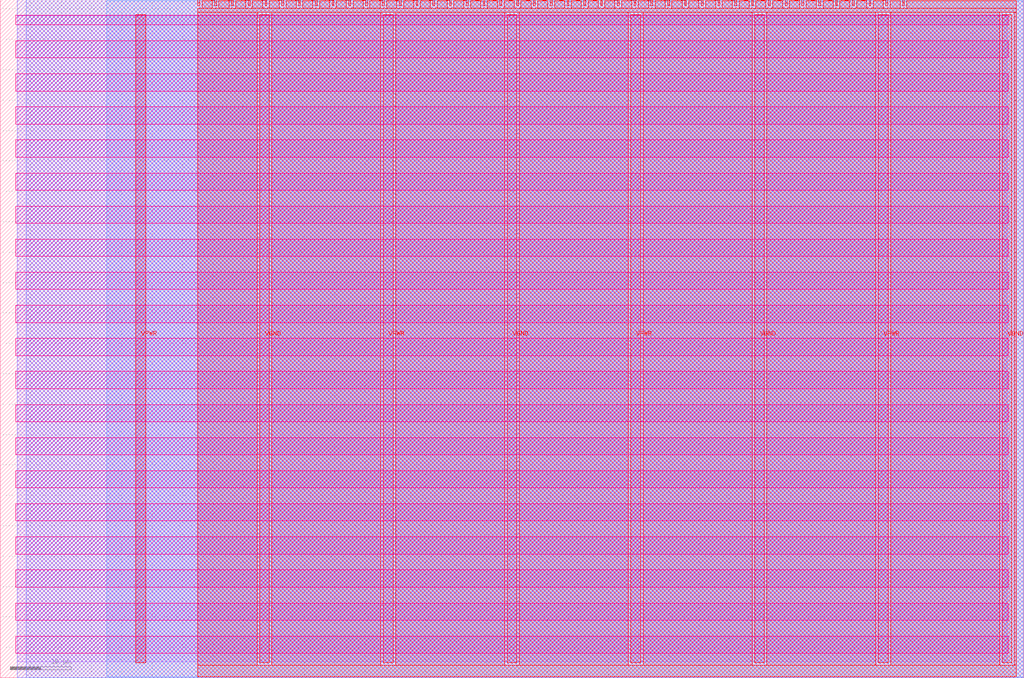
<source format=lef>
VERSION 5.7 ;
  NOWIREEXTENSIONATPIN ON ;
  DIVIDERCHAR "/" ;
  BUSBITCHARS "[]" ;
MACRO tt_um_rejunity_sn76489
  CLASS BLOCK ;
  FOREIGN tt_um_rejunity_sn76489 ;
  ORIGIN 0.000 0.000 ;
  SIZE 168.360 BY 111.520 ;
  PIN VGND
    DIRECTION INOUT ;
    USE GROUND ;
    PORT
      LAYER met4 ;
        RECT 42.670 2.480 44.270 109.040 ;
    END
    PORT
      LAYER met4 ;
        RECT 83.380 2.480 84.980 109.040 ;
    END
    PORT
      LAYER met4 ;
        RECT 124.090 2.480 125.690 109.040 ;
    END
    PORT
      LAYER met4 ;
        RECT 164.800 2.480 166.400 109.040 ;
    END
  END VGND
  PIN VPWR
    DIRECTION INOUT ;
    USE POWER ;
    PORT
      LAYER met4 ;
        RECT 22.315 2.480 23.915 109.040 ;
    END
    PORT
      LAYER met4 ;
        RECT 63.025 2.480 64.625 109.040 ;
    END
    PORT
      LAYER met4 ;
        RECT 103.735 2.480 105.335 109.040 ;
    END
    PORT
      LAYER met4 ;
        RECT 144.445 2.480 146.045 109.040 ;
    END
  END VPWR
  PIN clk
    DIRECTION INPUT ;
    USE SIGNAL ;
    ANTENNAGATEAREA 0.852000 ;
    PORT
      LAYER met4 ;
        RECT 145.670 110.520 145.970 111.520 ;
    END
  END clk
  PIN ena
    DIRECTION INPUT ;
    USE SIGNAL ;
    PORT
      LAYER met4 ;
        RECT 148.430 110.520 148.730 111.520 ;
    END
  END ena
  PIN rst_n
    DIRECTION INPUT ;
    USE SIGNAL ;
    ANTENNAGATEAREA 0.159000 ;
    PORT
      LAYER met4 ;
        RECT 142.910 110.520 143.210 111.520 ;
    END
  END rst_n
  PIN ui_in[0]
    DIRECTION INPUT ;
    USE SIGNAL ;
    ANTENNAGATEAREA 0.196500 ;
    PORT
      LAYER met4 ;
        RECT 140.150 110.520 140.450 111.520 ;
    END
  END ui_in[0]
  PIN ui_in[1]
    DIRECTION INPUT ;
    USE SIGNAL ;
    ANTENNAGATEAREA 0.196500 ;
    PORT
      LAYER met4 ;
        RECT 137.390 110.520 137.690 111.520 ;
    END
  END ui_in[1]
  PIN ui_in[2]
    DIRECTION INPUT ;
    USE SIGNAL ;
    ANTENNAGATEAREA 0.196500 ;
    PORT
      LAYER met4 ;
        RECT 134.630 110.520 134.930 111.520 ;
    END
  END ui_in[2]
  PIN ui_in[3]
    DIRECTION INPUT ;
    USE SIGNAL ;
    ANTENNAGATEAREA 0.213000 ;
    PORT
      LAYER met4 ;
        RECT 131.870 110.520 132.170 111.520 ;
    END
  END ui_in[3]
  PIN ui_in[4]
    DIRECTION INPUT ;
    USE SIGNAL ;
    ANTENNAGATEAREA 0.159000 ;
    PORT
      LAYER met4 ;
        RECT 129.110 110.520 129.410 111.520 ;
    END
  END ui_in[4]
  PIN ui_in[5]
    DIRECTION INPUT ;
    USE SIGNAL ;
    ANTENNAGATEAREA 0.159000 ;
    PORT
      LAYER met4 ;
        RECT 126.350 110.520 126.650 111.520 ;
    END
  END ui_in[5]
  PIN ui_in[6]
    DIRECTION INPUT ;
    USE SIGNAL ;
    ANTENNAGATEAREA 0.213000 ;
    PORT
      LAYER met4 ;
        RECT 123.590 110.520 123.890 111.520 ;
    END
  END ui_in[6]
  PIN ui_in[7]
    DIRECTION INPUT ;
    USE SIGNAL ;
    ANTENNAGATEAREA 0.213000 ;
    PORT
      LAYER met4 ;
        RECT 120.830 110.520 121.130 111.520 ;
    END
  END ui_in[7]
  PIN uio_in[0]
    DIRECTION INPUT ;
    USE SIGNAL ;
    ANTENNAGATEAREA 0.196500 ;
    PORT
      LAYER met4 ;
        RECT 118.070 110.520 118.370 111.520 ;
    END
  END uio_in[0]
  PIN uio_in[1]
    DIRECTION INPUT ;
    USE SIGNAL ;
    ANTENNAGATEAREA 0.196500 ;
    PORT
      LAYER met4 ;
        RECT 115.310 110.520 115.610 111.520 ;
    END
  END uio_in[1]
  PIN uio_in[2]
    DIRECTION INPUT ;
    USE SIGNAL ;
    ANTENNAGATEAREA 0.196500 ;
    PORT
      LAYER met4 ;
        RECT 112.550 110.520 112.850 111.520 ;
    END
  END uio_in[2]
  PIN uio_in[3]
    DIRECTION INPUT ;
    USE SIGNAL ;
    PORT
      LAYER met4 ;
        RECT 109.790 110.520 110.090 111.520 ;
    END
  END uio_in[3]
  PIN uio_in[4]
    DIRECTION INPUT ;
    USE SIGNAL ;
    PORT
      LAYER met4 ;
        RECT 107.030 110.520 107.330 111.520 ;
    END
  END uio_in[4]
  PIN uio_in[5]
    DIRECTION INPUT ;
    USE SIGNAL ;
    PORT
      LAYER met4 ;
        RECT 104.270 110.520 104.570 111.520 ;
    END
  END uio_in[5]
  PIN uio_in[6]
    DIRECTION INPUT ;
    USE SIGNAL ;
    PORT
      LAYER met4 ;
        RECT 101.510 110.520 101.810 111.520 ;
    END
  END uio_in[6]
  PIN uio_in[7]
    DIRECTION INPUT ;
    USE SIGNAL ;
    PORT
      LAYER met4 ;
        RECT 98.750 110.520 99.050 111.520 ;
    END
  END uio_in[7]
  PIN uio_oe[0]
    DIRECTION OUTPUT TRISTATE ;
    USE SIGNAL ;
    PORT
      LAYER met4 ;
        RECT 51.830 110.520 52.130 111.520 ;
    END
  END uio_oe[0]
  PIN uio_oe[1]
    DIRECTION OUTPUT TRISTATE ;
    USE SIGNAL ;
    PORT
      LAYER met4 ;
        RECT 49.070 110.520 49.370 111.520 ;
    END
  END uio_oe[1]
  PIN uio_oe[2]
    DIRECTION OUTPUT TRISTATE ;
    USE SIGNAL ;
    PORT
      LAYER met4 ;
        RECT 46.310 110.520 46.610 111.520 ;
    END
  END uio_oe[2]
  PIN uio_oe[3]
    DIRECTION OUTPUT TRISTATE ;
    USE SIGNAL ;
    PORT
      LAYER met4 ;
        RECT 43.550 110.520 43.850 111.520 ;
    END
  END uio_oe[3]
  PIN uio_oe[4]
    DIRECTION OUTPUT TRISTATE ;
    USE SIGNAL ;
    PORT
      LAYER met4 ;
        RECT 40.790 110.520 41.090 111.520 ;
    END
  END uio_oe[4]
  PIN uio_oe[5]
    DIRECTION OUTPUT TRISTATE ;
    USE SIGNAL ;
    PORT
      LAYER met4 ;
        RECT 38.030 110.520 38.330 111.520 ;
    END
  END uio_oe[5]
  PIN uio_oe[6]
    DIRECTION OUTPUT TRISTATE ;
    USE SIGNAL ;
    PORT
      LAYER met4 ;
        RECT 35.270 110.520 35.570 111.520 ;
    END
  END uio_oe[6]
  PIN uio_oe[7]
    DIRECTION OUTPUT TRISTATE ;
    USE SIGNAL ;
    PORT
      LAYER met4 ;
        RECT 32.510 110.520 32.810 111.520 ;
    END
  END uio_oe[7]
  PIN uio_out[0]
    DIRECTION OUTPUT TRISTATE ;
    USE SIGNAL ;
    PORT
      LAYER met4 ;
        RECT 73.910 110.520 74.210 111.520 ;
    END
  END uio_out[0]
  PIN uio_out[1]
    DIRECTION OUTPUT TRISTATE ;
    USE SIGNAL ;
    PORT
      LAYER met4 ;
        RECT 71.150 110.520 71.450 111.520 ;
    END
  END uio_out[1]
  PIN uio_out[2]
    DIRECTION OUTPUT TRISTATE ;
    USE SIGNAL ;
    PORT
      LAYER met4 ;
        RECT 68.390 110.520 68.690 111.520 ;
    END
  END uio_out[2]
  PIN uio_out[3]
    DIRECTION OUTPUT TRISTATE ;
    USE SIGNAL ;
    ANTENNADIFFAREA 0.795200 ;
    PORT
      LAYER met4 ;
        RECT 65.630 110.520 65.930 111.520 ;
    END
  END uio_out[3]
  PIN uio_out[4]
    DIRECTION OUTPUT TRISTATE ;
    USE SIGNAL ;
    ANTENNADIFFAREA 0.795200 ;
    PORT
      LAYER met4 ;
        RECT 62.870 110.520 63.170 111.520 ;
    END
  END uio_out[4]
  PIN uio_out[5]
    DIRECTION OUTPUT TRISTATE ;
    USE SIGNAL ;
    ANTENNADIFFAREA 0.795200 ;
    PORT
      LAYER met4 ;
        RECT 60.110 110.520 60.410 111.520 ;
    END
  END uio_out[5]
  PIN uio_out[6]
    DIRECTION OUTPUT TRISTATE ;
    USE SIGNAL ;
    ANTENNADIFFAREA 0.795200 ;
    PORT
      LAYER met4 ;
        RECT 57.350 110.520 57.650 111.520 ;
    END
  END uio_out[6]
  PIN uio_out[7]
    DIRECTION OUTPUT TRISTATE ;
    USE SIGNAL ;
    ANTENNADIFFAREA 0.795200 ;
    PORT
      LAYER met4 ;
        RECT 54.590 110.520 54.890 111.520 ;
    END
  END uio_out[7]
  PIN uo_out[0]
    DIRECTION OUTPUT TRISTATE ;
    USE SIGNAL ;
    ANTENNAGATEAREA 0.742500 ;
    ANTENNADIFFAREA 1.721000 ;
    PORT
      LAYER met4 ;
        RECT 95.990 110.520 96.290 111.520 ;
    END
  END uo_out[0]
  PIN uo_out[1]
    DIRECTION OUTPUT TRISTATE ;
    USE SIGNAL ;
    ANTENNAGATEAREA 0.495000 ;
    ANTENNADIFFAREA 1.524450 ;
    PORT
      LAYER met4 ;
        RECT 93.230 110.520 93.530 111.520 ;
    END
  END uo_out[1]
  PIN uo_out[2]
    DIRECTION OUTPUT TRISTATE ;
    USE SIGNAL ;
    ANTENNAGATEAREA 0.373500 ;
    ANTENNADIFFAREA 1.524450 ;
    PORT
      LAYER met4 ;
        RECT 90.470 110.520 90.770 111.520 ;
    END
  END uo_out[2]
  PIN uo_out[3]
    DIRECTION OUTPUT TRISTATE ;
    USE SIGNAL ;
    ANTENNAGATEAREA 0.495000 ;
    ANTENNADIFFAREA 1.524450 ;
    PORT
      LAYER met4 ;
        RECT 87.710 110.520 88.010 111.520 ;
    END
  END uo_out[3]
  PIN uo_out[4]
    DIRECTION OUTPUT TRISTATE ;
    USE SIGNAL ;
    ANTENNAGATEAREA 0.621000 ;
    ANTENNADIFFAREA 1.721000 ;
    PORT
      LAYER met4 ;
        RECT 84.950 110.520 85.250 111.520 ;
    END
  END uo_out[4]
  PIN uo_out[5]
    DIRECTION OUTPUT TRISTATE ;
    USE SIGNAL ;
    ANTENNAGATEAREA 0.495000 ;
    ANTENNADIFFAREA 1.524450 ;
    PORT
      LAYER met4 ;
        RECT 82.190 110.520 82.490 111.520 ;
    END
  END uo_out[5]
  PIN uo_out[6]
    DIRECTION OUTPUT TRISTATE ;
    USE SIGNAL ;
    ANTENNAGATEAREA 0.373500 ;
    ANTENNADIFFAREA 1.524450 ;
    PORT
      LAYER met4 ;
        RECT 79.430 110.520 79.730 111.520 ;
    END
  END uo_out[6]
  PIN uo_out[7]
    DIRECTION OUTPUT TRISTATE ;
    USE SIGNAL ;
    ANTENNAGATEAREA 0.990000 ;
    ANTENNADIFFAREA 1.484000 ;
    PORT
      LAYER met4 ;
        RECT 76.670 110.520 76.970 111.520 ;
    END
  END uo_out[7]
  OBS
      LAYER nwell ;
        RECT 2.570 107.385 165.790 108.990 ;
        RECT 2.570 101.945 165.790 104.775 ;
        RECT 2.570 96.505 165.790 99.335 ;
        RECT 2.570 91.065 165.790 93.895 ;
        RECT 2.570 85.625 165.790 88.455 ;
        RECT 2.570 80.185 165.790 83.015 ;
        RECT 2.570 74.745 165.790 77.575 ;
        RECT 2.570 69.305 165.790 72.135 ;
        RECT 2.570 63.865 165.790 66.695 ;
        RECT 2.570 58.425 165.790 61.255 ;
        RECT 2.570 52.985 165.790 55.815 ;
        RECT 2.570 47.545 165.790 50.375 ;
        RECT 2.570 42.105 165.790 44.935 ;
        RECT 2.570 36.665 165.790 39.495 ;
        RECT 2.570 31.225 165.790 34.055 ;
        RECT 2.570 25.785 165.790 28.615 ;
        RECT 2.570 20.345 165.790 23.175 ;
        RECT 2.570 14.905 165.790 17.735 ;
        RECT 2.570 9.465 165.790 12.295 ;
        RECT 2.570 4.025 165.790 6.855 ;
      LAYER li1 ;
        RECT 2.760 2.635 165.600 108.885 ;
      LAYER met1 ;
        RECT 2.760 0.040 168.290 111.480 ;
      LAYER met2 ;
        RECT 4.240 0.010 168.270 111.510 ;
      LAYER met3 ;
        RECT 17.545 0.175 168.295 111.345 ;
      LAYER met4 ;
        RECT 33.210 110.120 34.870 111.345 ;
        RECT 35.970 110.120 37.630 111.345 ;
        RECT 38.730 110.120 40.390 111.345 ;
        RECT 41.490 110.120 43.150 111.345 ;
        RECT 44.250 110.120 45.910 111.345 ;
        RECT 47.010 110.120 48.670 111.345 ;
        RECT 49.770 110.120 51.430 111.345 ;
        RECT 52.530 110.120 54.190 111.345 ;
        RECT 55.290 110.120 56.950 111.345 ;
        RECT 58.050 110.120 59.710 111.345 ;
        RECT 60.810 110.120 62.470 111.345 ;
        RECT 63.570 110.120 65.230 111.345 ;
        RECT 66.330 110.120 67.990 111.345 ;
        RECT 69.090 110.120 70.750 111.345 ;
        RECT 71.850 110.120 73.510 111.345 ;
        RECT 74.610 110.120 76.270 111.345 ;
        RECT 77.370 110.120 79.030 111.345 ;
        RECT 80.130 110.120 81.790 111.345 ;
        RECT 82.890 110.120 84.550 111.345 ;
        RECT 85.650 110.120 87.310 111.345 ;
        RECT 88.410 110.120 90.070 111.345 ;
        RECT 91.170 110.120 92.830 111.345 ;
        RECT 93.930 110.120 95.590 111.345 ;
        RECT 96.690 110.120 98.350 111.345 ;
        RECT 99.450 110.120 101.110 111.345 ;
        RECT 102.210 110.120 103.870 111.345 ;
        RECT 104.970 110.120 106.630 111.345 ;
        RECT 107.730 110.120 109.390 111.345 ;
        RECT 110.490 110.120 112.150 111.345 ;
        RECT 113.250 110.120 114.910 111.345 ;
        RECT 116.010 110.120 117.670 111.345 ;
        RECT 118.770 110.120 120.430 111.345 ;
        RECT 121.530 110.120 123.190 111.345 ;
        RECT 124.290 110.120 125.950 111.345 ;
        RECT 127.050 110.120 128.710 111.345 ;
        RECT 129.810 110.120 131.470 111.345 ;
        RECT 132.570 110.120 134.230 111.345 ;
        RECT 135.330 110.120 136.990 111.345 ;
        RECT 138.090 110.120 139.750 111.345 ;
        RECT 140.850 110.120 142.510 111.345 ;
        RECT 143.610 110.120 145.270 111.345 ;
        RECT 146.370 110.120 148.030 111.345 ;
        RECT 149.130 110.120 167.145 111.345 ;
        RECT 32.495 109.440 167.145 110.120 ;
        RECT 32.495 2.080 42.270 109.440 ;
        RECT 44.670 2.080 62.625 109.440 ;
        RECT 65.025 2.080 82.980 109.440 ;
        RECT 85.380 2.080 103.335 109.440 ;
        RECT 105.735 2.080 123.690 109.440 ;
        RECT 126.090 2.080 144.045 109.440 ;
        RECT 146.445 2.080 164.400 109.440 ;
        RECT 166.800 2.080 167.145 109.440 ;
        RECT 32.495 0.175 167.145 2.080 ;
  END
END tt_um_rejunity_sn76489
END LIBRARY


</source>
